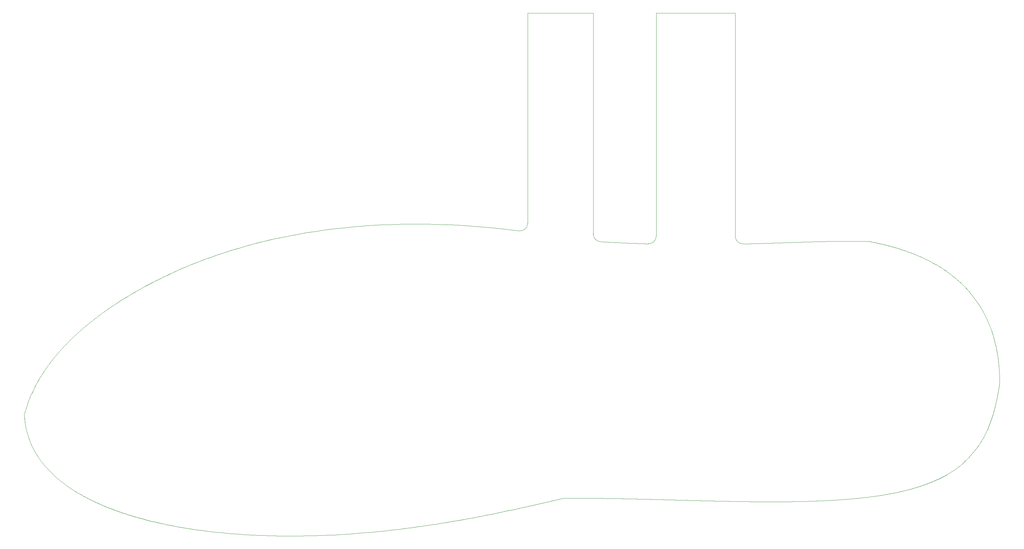
<source format=gm1>
G04*
G04 #@! TF.GenerationSoftware,Altium Limited,Altium Designer,20.0.2 (26)*
G04*
G04 Layer_Color=16711935*
%FSLAX25Y25*%
%MOIN*%
G70*
G01*
G75*
%ADD12C,0.00050*%
D12*
X1318449Y558971D02*
G03*
X1317552Y560970I-113149J-49580D01*
G01*
D02*
G03*
X1316537Y563125I-111077J-51039D01*
G01*
D02*
G03*
X1315393Y565428I-108934J-52649D01*
G01*
D02*
G03*
X1314017Y568046I-106711J-54401D01*
G01*
Y568046D02*
G03*
X1312189Y571301I-104276J-56445D01*
G01*
Y571301D02*
G03*
X1308998Y576465I-101376J-59073D01*
G01*
D02*
G03*
X1299963Y588502I-97764J-63972D01*
G01*
X1299963Y588502D02*
G03*
X1297490Y591300I-90079J-77143D01*
G01*
X1297490D02*
G03*
X1295332Y593602I-88532J-80784D01*
G01*
D02*
G03*
X1293529Y595437I-87292J-83968D01*
G01*
D02*
G03*
X1291825Y597103I-86385J-86703D01*
G01*
D02*
G03*
X1290229Y598605I-85588J-89314D01*
G01*
X1293639Y414027D02*
G03*
X1294867Y415128I-61998J70392D01*
G01*
Y415128D02*
G03*
X1296546Y416698I-62527J68527D01*
G01*
X1296546Y416698D02*
G03*
X1299092Y419238I-63537J66261D01*
G01*
D02*
G03*
X1306269Y427646I-65710J63354D01*
G01*
X1306269D02*
G03*
X1307809Y429748I-74128J55900D01*
G01*
D02*
G03*
X1308928Y431357I-76523J54406D01*
G01*
X334381Y463325D02*
G03*
X334481Y461423I90535J3798D01*
G01*
X334674Y458919D02*
G03*
X334864Y457065I87056J7961D01*
G01*
Y457065D02*
G03*
X335091Y455231I85738J9687D01*
G01*
X335091D02*
G03*
X335355Y453418I84518J11388D01*
G01*
X335355Y453418D02*
G03*
X335765Y451030I83266J13046D01*
G01*
Y451030D02*
G03*
X336366Y448096I81845J15244D01*
G01*
D02*
G03*
X337531Y443512I80282J17962D01*
G01*
X337531D02*
G03*
X340794Y434221I78841J22474D01*
G01*
Y434221D02*
G03*
X341948Y431602I76756J32249D01*
G01*
X341948Y431602D02*
G03*
X342932Y429542I76491J35278D01*
G01*
X342932D02*
G03*
X343705Y428018I76344J37750D01*
G01*
X343705D02*
G03*
X344780Y426014I76415J39713D01*
G01*
X344780D02*
G03*
X345620Y424531I76198J42192D01*
G01*
X345620D02*
G03*
X346488Y423066I76183J44153D01*
G01*
Y423066D02*
G03*
X347385Y421618I76221J46167D01*
G01*
D02*
G03*
X348308Y420187I76307J48236D01*
G01*
Y420187D02*
G03*
X349259Y418773I76441J50364D01*
G01*
X839521Y651096D02*
G03*
X817494Y653743I-106053J-789840D01*
G01*
D02*
G03*
X781203Y656757I-84227J-794029D01*
G01*
Y656757D02*
G03*
X765330Y657551I-47289J-786836D01*
G01*
X346582Y494505D02*
G03*
X345344Y492130I133187J-70924D01*
G01*
X342048Y485232D02*
G03*
X340963Y482735I130423J-58158D01*
G01*
D02*
G03*
X339751Y479779I130014J-55029D01*
G01*
X339751D02*
G03*
X338124Y475472I129784J-51502D01*
G01*
D02*
G03*
X334381Y463325I130341J-46811D01*
G01*
X1060505Y645711D02*
G03*
X1068572Y637839I7874J0D01*
G01*
X971682Y637936D02*
G03*
X979796Y645806I241J7870D01*
G01*
X915372Y647995D02*
G03*
X922792Y640134I7874J0D01*
G01*
X839521Y651096D02*
G03*
X848443Y658900I1048J7804D01*
G01*
X1330459Y497038D02*
X1330464Y495603D01*
X1330448Y498228D02*
X1330459Y497038D01*
X1330430Y499414D02*
X1330448Y498228D01*
X1330405Y500594D02*
X1330430Y499414D01*
X1330373Y501770D02*
X1330405Y500594D01*
X1330335Y502942D02*
X1330373Y501770D01*
X1330291Y504108D02*
X1330335Y502942D01*
X1330239Y505270D02*
X1330291Y504108D01*
X1330181Y506427D02*
X1330239Y505270D01*
X1330117Y507580D02*
X1330181Y506427D01*
X1330045Y508727D02*
X1330117Y507580D01*
X1329967Y509870D02*
X1330045Y508727D01*
X1329882Y511008D02*
X1329967Y509870D01*
X1329791Y512142D02*
X1329882Y511008D01*
X1329693Y513271D02*
X1329791Y512142D01*
X1329588Y514394D02*
X1329693Y513271D01*
X1329476Y515514D02*
X1329588Y514394D01*
X1329358Y516628D02*
X1329476Y515514D01*
X1329233Y517738D02*
X1329358Y516628D01*
X1329102Y518843D02*
X1329233Y517738D01*
X1328964Y519943D02*
X1329102Y518843D01*
X1328819Y521038D02*
X1328964Y519943D01*
X1328667Y522129D02*
X1328819Y521038D01*
X1328509Y523215D02*
X1328667Y522129D01*
X1328344Y524296D02*
X1328509Y523215D01*
X1328173Y525373D02*
X1328344Y524296D01*
X1327958Y526659D02*
X1328173Y525373D01*
X1327734Y527937D02*
X1327958Y526659D01*
X1327500Y529209D02*
X1327734Y527937D01*
X1327257Y530474D02*
X1327500Y529209D01*
X1327003Y531733D02*
X1327257Y530474D01*
X1326741Y532984D02*
X1327003Y531733D01*
X1326468Y534229D02*
X1326741Y532984D01*
X1326186Y535466D02*
X1326468Y534229D01*
X1325895Y536697D02*
X1326186Y535466D01*
X1325594Y537921D02*
X1325895Y536697D01*
X1325283Y539139D02*
X1325594Y537921D01*
X1324908Y540550D02*
X1325283Y539139D01*
X1324520Y541953D02*
X1324908Y540550D01*
X1324120Y543345D02*
X1324520Y541953D01*
X1323706Y544729D02*
X1324120Y543345D01*
X1323279Y546104D02*
X1323706Y544729D01*
X1322838Y547469D02*
X1323279Y546104D01*
X1322319Y549017D02*
X1322838Y547469D01*
X1321783Y550554D02*
X1322319Y549017D01*
X1321230Y552078D02*
X1321783Y550554D01*
X1320587Y553779D02*
X1321230Y552078D01*
X1319923Y555464D02*
X1320587Y553779D01*
X1319237Y557134D02*
X1319923Y555464D01*
X1318449Y558971D02*
X1319237Y557134D01*
X1288750Y599951D02*
X1290229Y598605D01*
X1287244Y601279D02*
X1288750Y599951D01*
X1285866Y602457D02*
X1287244Y601279D01*
X1284466Y603620D02*
X1285866Y602457D01*
X1283204Y604641D02*
X1284466Y603620D01*
X1281924Y605649D02*
X1283204Y604641D01*
X1280628Y606646D02*
X1281924Y605649D01*
X1279479Y607508D02*
X1280628Y606646D01*
X1278318Y608361D02*
X1279479Y607508D01*
X1277143Y609204D02*
X1278318Y608361D01*
X1275956Y610038D02*
X1277143Y609204D01*
X1274755Y610863D02*
X1275956Y610038D01*
X1273541Y611678D02*
X1274755Y610863D01*
X1272490Y612370D02*
X1273541Y611678D01*
X1271430Y613055D02*
X1272490Y612370D01*
X1270360Y613733D02*
X1271430Y613055D01*
X1269280Y614404D02*
X1270360Y613733D01*
X1268191Y615068D02*
X1269280Y614404D01*
X1267092Y615726D02*
X1268191Y615068D01*
X1265983Y616377D02*
X1267092Y615726D01*
X1264865Y617020D02*
X1265983Y616377D01*
X1263737Y617657D02*
X1264865Y617020D01*
X1262600Y618288D02*
X1263737Y617657D01*
X1261453Y618911D02*
X1262600Y618288D01*
X1260296Y619528D02*
X1261453Y618911D01*
X1259325Y620036D02*
X1260296Y619528D01*
X1258347Y620540D02*
X1259325Y620036D01*
X1257363Y621039D02*
X1258347Y620540D01*
X1256372Y621533D02*
X1257363Y621039D01*
X1255374Y622023D02*
X1256372Y621533D01*
X1254369Y622508D02*
X1255374Y622023D01*
X1253358Y622988D02*
X1254369Y622508D01*
X1252340Y623463D02*
X1253358Y622988D01*
X1251316Y623934D02*
X1252340Y623463D01*
X1250284Y624400D02*
X1251316Y623934D01*
X1249246Y624861D02*
X1250284Y624400D01*
X1248202Y625318D02*
X1249246Y624861D01*
X1247151Y625769D02*
X1248202Y625318D01*
X1246093Y626216D02*
X1247151Y625769D01*
X1245028Y626658D02*
X1246093Y626216D01*
X1243957Y627096D02*
X1245028Y626658D01*
X1242879Y627529D02*
X1243957Y627096D01*
X1241794Y627957D02*
X1242879Y627529D01*
X1240703Y628380D02*
X1241794Y627957D01*
X1239605Y628798D02*
X1240703Y628380D01*
X1238500Y629212D02*
X1239605Y628798D01*
X1237389Y629621D02*
X1238500Y629212D01*
X1236271Y630025D02*
X1237389Y629621D01*
X1235146Y630425D02*
X1236271Y630025D01*
X1234015Y630820D02*
X1235146Y630425D01*
X1232877Y631210D02*
X1234015Y630820D01*
X1231732Y631595D02*
X1232877Y631210D01*
X1230581Y631976D02*
X1231732Y631595D01*
X1229423Y632352D02*
X1230581Y631976D01*
X1228258Y632723D02*
X1229423Y632352D01*
X1227086Y633089D02*
X1228258Y632723D01*
X1225908Y633451D02*
X1227086Y633089D01*
X1224724Y633807D02*
X1225908Y633451D01*
X1223532Y634160D02*
X1224724Y633807D01*
X1222334Y634507D02*
X1223532Y634160D01*
X1221129Y634850D02*
X1222334Y634507D01*
X1219918Y635188D02*
X1221129Y634850D01*
X1218700Y635521D02*
X1219918Y635188D01*
X1217475Y635849D02*
X1218700Y635521D01*
X1216244Y636173D02*
X1217475Y635849D01*
X1215005Y636492D02*
X1216244Y636173D01*
X1213761Y636806D02*
X1215005Y636492D01*
X1212509Y637115D02*
X1213761Y636806D01*
X1211251Y637420D02*
X1212509Y637115D01*
X1209986Y637720D02*
X1211251Y637420D01*
X1208714Y638015D02*
X1209986Y637720D01*
X1207436Y638306D02*
X1208714Y638015D01*
X1206151Y638592D02*
X1207436Y638306D01*
X1204860Y638873D02*
X1206151Y638592D01*
X1203562Y639149D02*
X1204860Y638873D01*
X1202257Y639420D02*
X1203562Y639149D01*
X1200945Y639687D02*
X1202257Y639420D01*
X1199627Y639949D02*
X1200945Y639687D01*
X1198302Y640207D02*
X1199627Y639949D01*
X1196970Y640459D02*
X1198302Y640207D01*
X884962Y377835D02*
X886981Y377850D01*
X888329Y377859D01*
X889680Y377867D01*
X891032Y377873D01*
X892386Y377879D01*
X893742Y377883D01*
X895100Y377886D01*
X896460Y377888D01*
X897822Y377888D01*
X899185Y377888D01*
X900550Y377887D01*
X901917Y377884D01*
X903286Y377881D01*
X904655Y377876D01*
X906027Y377871D01*
X907400Y377864D01*
X908775Y377857D01*
X910150Y377848D01*
X910839Y377844D01*
X911528Y377839D01*
X912217Y377834D01*
X912907Y377829D01*
X913596Y377823D01*
X914287Y377817D01*
X914977Y377811D01*
X915668Y377805D01*
X916359Y377799D01*
X917051Y377792D01*
X917742Y377786D01*
X918434Y377778D01*
X919127Y377771D01*
X919819Y377764D01*
X920512Y377756D01*
X921205Y377748D01*
X921899Y377740D01*
X922593Y377732D01*
X923287Y377723D01*
X923981Y377715D01*
X924676Y377706D01*
X925370Y377697D01*
X926065Y377688D01*
X926761Y377678D01*
X927456Y377669D01*
X928152Y377659D01*
X928848Y377649D01*
X929544Y377639D01*
X930241Y377628D01*
X930937Y377618D01*
X931634Y377607D01*
X932331Y377596D01*
X933028Y377585D01*
X933726Y377574D01*
X934424Y377562D01*
X935121Y377551D01*
X935819Y377539D01*
X936518Y377527D01*
X937216Y377515D01*
X937915Y377503D01*
X938613Y377491D01*
X939312Y377478D01*
X940011Y377465D01*
X940711Y377453D01*
X941410Y377440D01*
X942110Y377427D01*
X942809Y377413D01*
X943509Y377400D01*
X944209Y377386D01*
X944909Y377373D01*
X945610Y377359D01*
X946310Y377345D01*
X947010Y377331D01*
X947711Y377316D01*
X948412Y377302D01*
X949112Y377288D01*
X949813Y377273D01*
X950514Y377258D01*
X951216Y377243D01*
X951917Y377228D01*
X952618Y377213D01*
X953319Y377198D01*
X954021Y377183D01*
X954722Y377167D01*
X955424Y377152D01*
X956126Y377136D01*
X956828Y377120D01*
X957529Y377105D01*
X958231Y377089D01*
X958933Y377072D01*
X959635Y377056D01*
X960337Y377040D01*
X961039Y377024D01*
X961741Y377007D01*
X962443Y376991D01*
X963145Y376974D01*
X963847Y376957D01*
X964550Y376940D01*
X965252Y376924D01*
X965954Y376907D01*
X966656Y376889D01*
X967358Y376872D01*
X968060Y376855D01*
X968763Y376838D01*
X969465Y376820D01*
X970167Y376803D01*
X970869Y376785D01*
X971571Y376768D01*
X972273Y376750D01*
X972975Y376732D01*
X973677Y376715D01*
X974379Y376697D01*
X975081Y376679D01*
X975783Y376661D01*
X976485Y376643D01*
X977186Y376625D01*
X977888Y376607D01*
X978590Y376589D01*
X979291Y376570D01*
X979993Y376552D01*
X980694Y376534D01*
X981395Y376516D01*
X982097Y376497D01*
X982798Y376479D01*
X983499Y376460D01*
X984200Y376442D01*
X984901Y376423D01*
X985602Y376405D01*
X986302Y376386D01*
X987003Y376368D01*
X987703Y376349D01*
X988404Y376330D01*
X989104Y376312D01*
X989804Y376293D01*
X990504Y376274D01*
X991204Y376255D01*
X991904Y376237D01*
X992603Y376218D01*
X993303Y376199D01*
X994002Y376180D01*
X994701Y376162D01*
X995400Y376143D01*
X996099Y376124D01*
X996798Y376105D01*
X997496Y376086D01*
X998195Y376067D01*
X998893Y376049D01*
X999591Y376030D01*
X1000289Y376011D01*
X1000986Y375992D01*
X1001684Y375973D01*
X1002381Y375955D01*
X1003078Y375936D01*
X1003775Y375917D01*
X1004472Y375898D01*
X1005168Y375880D01*
X1005865Y375861D01*
X1006561Y375842D01*
X1007257Y375824D01*
X1007952Y375805D01*
X1008648Y375786D01*
X1009343Y375768D01*
X1010038Y375749D01*
X1010733Y375731D01*
X1011427Y375712D01*
X1012122Y375694D01*
X1012816Y375676D01*
X1013509Y375657D01*
X1014203Y375639D01*
X1014896Y375621D01*
X1015589Y375602D01*
X1016282Y375584D01*
X1016974Y375566D01*
X1017667Y375548D01*
X1018359Y375530D01*
X1019050Y375512D01*
X1019742Y375494D01*
X1020433Y375476D01*
X1021124Y375458D01*
X1021814Y375441D01*
X1022505Y375423D01*
X1023195Y375405D01*
X1023884Y375388D01*
X1024574Y375370D01*
X1025263Y375353D01*
X1025951Y375336D01*
X1026640Y375318D01*
X1027328Y375301D01*
X1028016Y375284D01*
X1028703Y375267D01*
X1029391Y375250D01*
X1030077Y375233D01*
X1030764Y375216D01*
X1031450Y375200D01*
X1032136Y375183D01*
X1032822Y375166D01*
X1033507Y375150D01*
X1034192Y375133D01*
X1034876Y375117D01*
X1035560Y375101D01*
X1036244Y375085D01*
X1036928Y375069D01*
X1037611Y375053D01*
X1038293Y375037D01*
X1038976Y375022D01*
X1039658Y375006D01*
X1040339Y374990D01*
X1041021Y374975D01*
X1041701Y374960D01*
X1042382Y374945D01*
X1043062Y374930D01*
X1043742Y374915D01*
X1044421Y374900D01*
X1045100Y374885D01*
X1045778Y374870D01*
X1046457Y374856D01*
X1047134Y374842D01*
X1047812Y374827D01*
X1048488Y374813D01*
X1049165Y374799D01*
X1049841Y374785D01*
X1050517Y374772D01*
X1051192Y374758D01*
X1051867Y374745D01*
X1052541Y374731D01*
X1053215Y374718D01*
X1053888Y374705D01*
X1054561Y374692D01*
X1055234Y374680D01*
X1055906Y374667D01*
X1056578Y374654D01*
X1057249Y374642D01*
X1057920Y374630D01*
X1058590Y374618D01*
X1059260Y374606D01*
X1059930Y374594D01*
X1060598Y374583D01*
X1061267Y374571D01*
X1061935Y374560D01*
X1062602Y374549D01*
X1063269Y374538D01*
X1063936Y374527D01*
X1064602Y374517D01*
X1065268Y374506D01*
X1065933Y374496D01*
X1066597Y374486D01*
X1067262Y374476D01*
X1067925Y374466D01*
X1068588Y374457D01*
X1069251Y374447D01*
X1069913Y374438D01*
X1070575Y374429D01*
X1071236Y374420D01*
X1071896Y374411D01*
X1072557Y374403D01*
X1073216Y374394D01*
X1073875Y374386D01*
X1074534Y374378D01*
X1075192Y374371D01*
X1075849Y374363D01*
X1076506Y374356D01*
X1077162Y374348D01*
X1077818Y374341D01*
X1078474Y374335D01*
X1079128Y374328D01*
X1079783Y374322D01*
X1080436Y374315D01*
X1081089Y374309D01*
X1081742Y374304D01*
X1082394Y374298D01*
X1083045Y374293D01*
X1083696Y374287D01*
X1084347Y374282D01*
X1084996Y374278D01*
X1086294Y374269D01*
X1087590Y374261D01*
X1088883Y374254D01*
X1090174Y374247D01*
X1091462Y374242D01*
X1092749Y374238D01*
X1094032Y374234D01*
X1095314Y374232D01*
X1096592Y374230D01*
X1097869Y374229D01*
X1099143Y374230D01*
X1100414Y374231D01*
X1101683Y374234D01*
X1102949Y374237D01*
X1104213Y374241D01*
X1105474Y374247D01*
X1106732Y374253D01*
X1107988Y374261D01*
X1109242Y374269D01*
X1110492Y374279D01*
X1111740Y374290D01*
X1112986Y374302D01*
X1114228Y374314D01*
X1115468Y374329D01*
X1116705Y374344D01*
X1117939Y374360D01*
X1119171Y374378D01*
X1120400Y374397D01*
X1121626Y374416D01*
X1122849Y374438D01*
X1124069Y374460D01*
X1125286Y374483D01*
X1126501Y374508D01*
X1127713Y374534D01*
X1128921Y374561D01*
X1130127Y374590D01*
X1131330Y374620D01*
X1132530Y374651D01*
X1133727Y374683D01*
X1134921Y374717D01*
X1136111Y374752D01*
X1137299Y374788D01*
X1138484Y374826D01*
X1139666Y374865D01*
X1140844Y374905D01*
X1142020Y374947D01*
X1143192Y374990D01*
X1144361Y375035D01*
X1145528Y375081D01*
X1146690Y375128D01*
X1147850Y375177D01*
X1149007Y375227D01*
X1150160Y375279D01*
X1151311Y375332D01*
X1152458Y375387D01*
X1153601Y375443D01*
X1154742Y375501D01*
X1155879Y375560D01*
X1157013Y375620D01*
X1158144Y375682D01*
X1159271Y375746D01*
X1160395Y375811D01*
X1161516Y375878D01*
X1162633Y375946D01*
X1163747Y376016D01*
X1164858Y376088D01*
X1165965Y376161D01*
X1167069Y376236D01*
X1168170Y376312D01*
X1169267Y376390D01*
X1170360Y376470D01*
X1171451Y376551D01*
X1172537Y376634D01*
X1173621Y376718D01*
X1174700Y376804D01*
X1175777Y376892D01*
X1176849Y376982D01*
X1177919Y377073D01*
X1178984Y377166D01*
X1180046Y377261D01*
X1181105Y377358D01*
X1182160Y377456D01*
X1183211Y377556D01*
X1184259Y377658D01*
X1185304Y377761D01*
X1186344Y377867D01*
X1187382Y377974D01*
X1188415Y378083D01*
X1189445Y378193D01*
X1190471Y378306D01*
X1191494Y378420D01*
X1192513Y378537D01*
X1193528Y378655D01*
X1194540Y378775D01*
X1195548Y378896D01*
X1196552Y379020D01*
X1197552Y379146D01*
X1198549Y379273D01*
X1199542Y379403D01*
X1200532Y379534D01*
X1201517Y379667D01*
X1202499Y379802D01*
X1203477Y379939D01*
X1204452Y380078D01*
X1205422Y380220D01*
X1206389Y380363D01*
X1207352Y380508D01*
X1208311Y380655D01*
X1209267Y380804D01*
X1210218Y380955D01*
X1211166Y381108D01*
X1212110Y381263D01*
X1213050Y381420D01*
X1213986Y381579D01*
X1214919Y381740D01*
X1215848Y381903D01*
X1216772Y382069D01*
X1217693Y382236D01*
X1218610Y382405D01*
X1219524Y382577D01*
X1220433Y382751D01*
X1221338Y382926D01*
X1222240Y383104D01*
X1223138Y383284D01*
X1224031Y383466D01*
X1224921Y383651D01*
X1225807Y383837D01*
X1226689Y384026D01*
X1227568Y384217D01*
X1228442Y384410D01*
X1229312Y384605D01*
X1230178Y384802D01*
X1231041Y385002D01*
X1231899Y385204D01*
X1232754Y385408D01*
X1233605Y385614D01*
X1234451Y385822D01*
X1235294Y386033D01*
X1236133Y386246D01*
X1236967Y386461D01*
X1237798Y386679D01*
X1238625Y386899D01*
X1239448Y387121D01*
X1240267Y387345D01*
X1241082Y387572D01*
X1241892Y387801D01*
X1242699Y388032D01*
X1243502Y388266D01*
X1244301Y388502D01*
X1245096Y388740D01*
X1245887Y388981D01*
X1246674Y389224D01*
X1247457Y389469D01*
X1248236Y389717D01*
X1249012Y389967D01*
X1249783Y390219D01*
X1250550Y390474D01*
X1251313Y390732D01*
X1252072Y390991D01*
X1252827Y391253D01*
X1253578Y391518D01*
X1254325Y391785D01*
X1255068Y392054D01*
X1255807Y392326D01*
X1256542Y392601D01*
X1257273Y392877D01*
X1258000Y393157D01*
X1258724Y393438D01*
X1259443Y393723D01*
X1260158Y394009D01*
X1260869Y394299D01*
X1261576Y394590D01*
X1262279Y394885D01*
X1262978Y395181D01*
X1263673Y395481D01*
X1264364Y395782D01*
X1265051Y396087D01*
X1265734Y396394D01*
X1266413Y396703D01*
X1267088Y397015D01*
X1267759Y397330D01*
X1268426Y397647D01*
X1269089Y397967D01*
X1269748Y398289D01*
X1270403Y398614D01*
X1271055Y398941D01*
X1271702Y399271D01*
X1272345Y399604D01*
X1272984Y399939D01*
X1273620Y400277D01*
X1274251Y400618D01*
X1274879Y400961D01*
X1275502Y401307D01*
X1276122Y401656D01*
X1276737Y402007D01*
X1277653Y402539D01*
X1278560Y403076D01*
X1279458Y403620D01*
X1280348Y404170D01*
X1281228Y404726D01*
X1282100Y405288D01*
X1282963Y405856D01*
X1283817Y406431D01*
X1284662Y407011D01*
X1285499Y407598D01*
X1286327Y408191D01*
X1287147Y408790D01*
X1288225Y409599D01*
X1289289Y410418D01*
X1290337Y411249D01*
X1291370Y412091D01*
X1292388Y412945D01*
X1293639Y414027D01*
X1308928Y431357D02*
X1309836Y432719D01*
X1310548Y433821D01*
X1311246Y434936D01*
X1311931Y436063D01*
X1312603Y437202D01*
X1313098Y438065D01*
X1313586Y438934D01*
X1314067Y439811D01*
X1314540Y440694D01*
X1315006Y441584D01*
X1315465Y442481D01*
X1315917Y443385D01*
X1316362Y444296D01*
X1316800Y445214D01*
X1317231Y446139D01*
X1317656Y447071D01*
X1318073Y448010D01*
X1318347Y448640D01*
X1318619Y449273D01*
X1318887Y449910D01*
X1319153Y450549D01*
X1319415Y451191D01*
X1319675Y451837D01*
X1319932Y452486D01*
X1320185Y453138D01*
X1320436Y453793D01*
X1320684Y454451D01*
X1320929Y455113D01*
X1321172Y455777D01*
X1321411Y456445D01*
X1321648Y457116D01*
X1321882Y457790D01*
X1322113Y458468D01*
X1322342Y459148D01*
X1322567Y459832D01*
X1322790Y460519D01*
X1323011Y461209D01*
X1323228Y461902D01*
X1323443Y462598D01*
X1323656Y463298D01*
X1323866Y464001D01*
X1324073Y464707D01*
X1324277Y465416D01*
X1324480Y466128D01*
X1324679Y466844D01*
X1324876Y467563D01*
X1325071Y468285D01*
X1325263Y469010D01*
X1325452Y469739D01*
X1325639Y470471D01*
X1325824Y471206D01*
X1326006Y471944D01*
X1326186Y472685D01*
X1326364Y473430D01*
X1326539Y474178D01*
X1326712Y474929D01*
X1326882Y475683D01*
X1327051Y476441D01*
X1327217Y477202D01*
X1327380Y477966D01*
X1327542Y478734D01*
X1327701Y479504D01*
X1327859Y480278D01*
X1328014Y481055D01*
X1328167Y481836D01*
X1328318Y482619D01*
X1328466Y483406D01*
X1328613Y484196D01*
X1328758Y484990D01*
X1328900Y485787D01*
X1329041Y486587D01*
X1329180Y487390D01*
X1329317Y488196D01*
X1329451Y489006D01*
X1329584Y489819D01*
X1329716Y490636D01*
X1329845Y491455D01*
X1329972Y492278D01*
X1330035Y492691D01*
X1330098Y493105D01*
X1330160Y493519D01*
X1330221Y493934D01*
X1330283Y494350D01*
X1330343Y494767D01*
X1330404Y495185D01*
X1330464Y495603D01*
X334481Y461423D02*
X334569Y460167D01*
X334674Y458919D01*
X349259Y418773D02*
X349907Y417840D01*
X350568Y416914D01*
X351239Y415996D01*
X351923Y415085D01*
X352617Y414181D01*
X353323Y413285D01*
X354040Y412396D01*
X354768Y411514D01*
X355507Y410639D01*
X356257Y409772D01*
X357017Y408912D01*
X357788Y408058D01*
X358569Y407212D01*
X359360Y406373D01*
X360162Y405541D01*
X360973Y404716D01*
X361795Y403897D01*
X362626Y403086D01*
X363467Y402281D01*
X364318Y401483D01*
X365178Y400692D01*
X366047Y399908D01*
X366925Y399130D01*
X367813Y398359D01*
X368710Y397594D01*
X369615Y396836D01*
X370529Y396085D01*
X371453Y395340D01*
X372384Y394601D01*
X373324Y393869D01*
X374273Y393144D01*
X375230Y392425D01*
X376195Y391712D01*
X377168Y391005D01*
X378150Y390305D01*
X379139Y389610D01*
X380136Y388923D01*
X381141Y388241D01*
X382153Y387565D01*
X383173Y386896D01*
X384201Y386232D01*
X385236Y385575D01*
X386278Y384924D01*
X387327Y384278D01*
X388383Y383639D01*
X389447Y383005D01*
X390517Y382378D01*
X391594Y381756D01*
X392677Y381140D01*
X393767Y380529D01*
X394864Y379925D01*
X395967Y379326D01*
X397076Y378733D01*
X398192Y378146D01*
X399313Y377564D01*
X400441Y376987D01*
X401574Y376417D01*
X402714Y375852D01*
X403859Y375292D01*
X405010Y374738D01*
X406167Y374189D01*
X407329Y373646D01*
X408496Y373108D01*
X409669Y372575D01*
X410848Y372048D01*
X412032Y371526D01*
X413220Y371009D01*
X414414Y370498D01*
X415613Y369992D01*
X416817Y369491D01*
X418026Y368995D01*
X419239Y368504D01*
X420458Y368018D01*
X421681Y367538D01*
X422908Y367062D01*
X424140Y366592D01*
X425376Y366126D01*
X426617Y365666D01*
X427862Y365210D01*
X429111Y364760D01*
X430364Y364314D01*
X431621Y363873D01*
X432883Y363437D01*
X434148Y363005D01*
X435416Y362579D01*
X436689Y362157D01*
X437965Y361740D01*
X439245Y361327D01*
X440528Y360920D01*
X441815Y360516D01*
X443105Y360118D01*
X444399Y359724D01*
X445696Y359335D01*
X446996Y358950D01*
X448299Y358569D01*
X449606Y358194D01*
X450915Y357822D01*
X452228Y357455D01*
X453543Y357093D01*
X454861Y356735D01*
X456182Y356381D01*
X457506Y356032D01*
X458833Y355687D01*
X460162Y355346D01*
X461494Y355010D01*
X462828Y354677D01*
X464165Y354349D01*
X465505Y354026D01*
X466846Y353706D01*
X468190Y353391D01*
X469536Y353079D01*
X470884Y352772D01*
X472235Y352469D01*
X473587Y352170D01*
X474941Y351875D01*
X476976Y351440D01*
X479016Y351014D01*
X481059Y350596D01*
X483106Y350188D01*
X485157Y349788D01*
X487212Y349397D01*
X489269Y349015D01*
X491331Y348641D01*
X493395Y348275D01*
X495462Y347918D01*
X497532Y347569D01*
X499604Y347228D01*
X501680Y346896D01*
X503757Y346572D01*
X505837Y346255D01*
X507918Y345947D01*
X510002Y345646D01*
X512087Y345354D01*
X514174Y345069D01*
X516263Y344792D01*
X518352Y344522D01*
X520443Y344260D01*
X523232Y343922D01*
X526023Y343597D01*
X528815Y343285D01*
X531608Y342986D01*
X534402Y342700D01*
X537197Y342426D01*
X539992Y342165D01*
X542786Y341916D01*
X545581Y341679D01*
X548375Y341454D01*
X551168Y341241D01*
X553961Y341040D01*
X556752Y340850D01*
X559541Y340672D01*
X562329Y340504D01*
X565810Y340311D01*
X569289Y340135D01*
X572763Y339976D01*
X576233Y339833D01*
X579699Y339707D01*
X583159Y339597D01*
X586615Y339503D01*
X590065Y339424D01*
X593509Y339361D01*
X596946Y339313D01*
X600377Y339280D01*
X603801Y339262D01*
X607901Y339259D01*
X611989Y339277D01*
X616744Y339323D01*
X621483Y339395D01*
X626206Y339494D01*
X630911Y339618D01*
X635599Y339767D01*
X640268Y339941D01*
X644918Y340138D01*
X649548Y340359D01*
X654815Y340638D01*
X660055Y340947D01*
X665268Y341283D01*
X670452Y341647D01*
X675608Y342037D01*
X680735Y342452D01*
X685833Y342892D01*
X690900Y343357D01*
X695936Y343844D01*
X700941Y344354D01*
X705915Y344886D01*
X710857Y345438D01*
X715766Y346011D01*
X720036Y346528D01*
X724280Y347060D01*
X728499Y347606D01*
X732693Y348165D01*
X736861Y348737D01*
X740412Y349237D01*
X743945Y349746D01*
X747458Y350264D01*
X750951Y350789D01*
X754425Y351323D01*
X757878Y351864D01*
X761312Y352413D01*
X764726Y352968D01*
X767555Y353437D01*
X770370Y353909D01*
X773171Y354386D01*
X775958Y354867D01*
X778729Y355351D01*
X781487Y355840D01*
X784229Y356332D01*
X786957Y356827D01*
X789129Y357226D01*
X791290Y357626D01*
X793442Y358028D01*
X795585Y358433D01*
X797717Y358838D01*
X799840Y359245D01*
X801953Y359654D01*
X804056Y360064D01*
X806148Y360475D01*
X808231Y360888D01*
X810303Y361301D01*
X811850Y361612D01*
X813392Y361923D01*
X814927Y362235D01*
X816457Y362547D01*
X817981Y362859D01*
X819498Y363172D01*
X821010Y363485D01*
X822515Y363798D01*
X824014Y364112D01*
X825507Y364425D01*
X826994Y364739D01*
X828474Y365053D01*
X829949Y365367D01*
X831417Y365680D01*
X832878Y365994D01*
X834333Y366308D01*
X835782Y366621D01*
X836744Y366830D01*
X837703Y367038D01*
X838659Y367247D01*
X839612Y367455D01*
X840562Y367664D01*
X841509Y367872D01*
X842453Y368080D01*
X843395Y368287D01*
X844333Y368495D01*
X845267Y368702D01*
X846199Y368909D01*
X847128Y369116D01*
X848053Y369323D01*
X848976Y369529D01*
X849895Y369735D01*
X850811Y369941D01*
X851724Y370146D01*
X852633Y370351D01*
X853540Y370556D01*
X854443Y370760D01*
X855342Y370964D01*
X856239Y371168D01*
X857132Y371371D01*
X858022Y371573D01*
X858908Y371776D01*
X859791Y371977D01*
X860231Y372078D01*
X860671Y372179D01*
X861109Y372279D01*
X861547Y372380D01*
X861984Y372480D01*
X862420Y372580D01*
X862855Y372680D01*
X863289Y372780D01*
X863722Y372880D01*
X864155Y372979D01*
X864586Y373079D01*
X865017Y373178D01*
X865447Y373277D01*
X865876Y373376D01*
X866304Y373475D01*
X866731Y373574D01*
X867157Y373673D01*
X867582Y373771D01*
X868007Y373869D01*
X868430Y373968D01*
X868853Y374066D01*
X869274Y374163D01*
X869695Y374261D01*
X870115Y374359D01*
X870533Y374456D01*
X870951Y374553D01*
X871368Y374650D01*
X871784Y374747D01*
X872199Y374844D01*
X872614Y374940D01*
X873027Y375037D01*
X873439Y375133D01*
X873850Y375229D01*
X874260Y375325D01*
X874670Y375420D01*
X875078Y375516D01*
X875485Y375611D01*
X875892Y375706D01*
X876297Y375801D01*
X876702Y375895D01*
X877105Y375990D01*
X877508Y376084D01*
X877909Y376178D01*
X878310Y376272D01*
X878709Y376366D01*
X879108Y376459D01*
X879505Y376552D01*
X879902Y376645D01*
X880297Y376738D01*
X880691Y376831D01*
X881085Y376923D01*
X881477Y377015D01*
X881869Y377107D01*
X882259Y377199D01*
X882648Y377291D01*
X883036Y377382D01*
X883424Y377473D01*
X883810Y377564D01*
X884195Y377654D01*
X884579Y377745D01*
X884962Y377835D01*
X754334Y657911D02*
X765330Y657551D01*
X744991Y658096D02*
X754334Y657911D01*
X737268Y658162D02*
X744991Y658096D01*
X729606Y658150D02*
X737268Y658162D01*
X721249Y658048D02*
X729606Y658150D01*
X713719Y657876D02*
X721249Y658048D01*
X706999Y657657D02*
X713719Y657876D01*
X700334Y657379D02*
X706999Y657657D01*
X694457Y657082D02*
X700334Y657379D01*
X688625Y656739D02*
X694457Y657082D01*
X683560Y656402D02*
X688625Y656739D01*
X677101Y655919D02*
X683560Y656402D01*
X671411Y655442D02*
X677101Y655919D01*
X665768Y654922D02*
X671411Y655442D01*
X660173Y654360D02*
X665768Y654922D01*
X654628Y653756D02*
X660173Y654360D01*
X649131Y653110D02*
X654628Y653756D01*
X643684Y652424D02*
X649131Y653110D01*
X638959Y651790D02*
X643684Y652424D01*
X633606Y651029D02*
X638959Y651790D01*
X628304Y650229D02*
X633606Y651029D01*
X623052Y649391D02*
X628304Y650229D01*
X617850Y648516D02*
X623052Y649391D01*
X612699Y647604D02*
X617850Y648516D01*
X607598Y646655D02*
X612699Y647604D01*
X602548Y645672D02*
X607598Y646655D01*
X597548Y644653D02*
X602548Y645672D01*
X591983Y643466D02*
X597548Y644653D01*
X587091Y642375D02*
X591983Y643466D01*
X581646Y641109D02*
X587091Y642375D01*
X576264Y639802D02*
X581646Y641109D01*
X570945Y638455D02*
X576264Y639802D01*
X565688Y637069D02*
X570945Y638455D01*
X559920Y635484D02*
X565688Y637069D01*
X553661Y633688D02*
X559920Y635484D01*
X548609Y632179D02*
X553661Y633688D01*
X543065Y630460D02*
X548609Y632179D01*
X537595Y628698D02*
X543065Y630460D01*
X531661Y626712D02*
X537595Y628698D01*
X525814Y624677D02*
X531661Y626712D01*
X519534Y622403D02*
X525814Y624677D01*
X513864Y620269D02*
X519534Y622403D01*
X509288Y618489D02*
X513864Y620269D01*
X504267Y616477D02*
X509288Y618489D01*
X499314Y614429D02*
X504267Y616477D01*
X493941Y612134D02*
X499314Y614429D01*
X488170Y609583D02*
X493941Y612134D01*
X482960Y607202D02*
X488170Y609583D01*
X479685Y605666D02*
X482960Y607202D01*
X476440Y604114D02*
X479685Y605666D01*
X472769Y602320D02*
X476440Y604114D01*
X469137Y600505D02*
X472769Y602320D01*
X465544Y598669D02*
X469137Y600505D01*
X461548Y596579D02*
X465544Y598669D01*
X457601Y594463D02*
X461548Y596579D01*
X454132Y592561D02*
X457601Y594463D01*
X451983Y591362D02*
X454132Y592561D01*
X449848Y590155D02*
X451983Y591362D01*
X447728Y588940D02*
X449848Y590155D01*
X445623Y587717D02*
X447728Y588940D01*
X443532Y586486D02*
X445623Y587717D01*
X441455Y585248D02*
X443532Y586486D01*
X439393Y584001D02*
X441455Y585248D01*
X437345Y582746D02*
X439393Y584001D01*
X434906Y581229D02*
X437345Y582746D01*
X432488Y579701D02*
X434906Y581229D01*
X430090Y578161D02*
X432488Y579701D01*
X427712Y576609D02*
X430090Y578161D01*
X426139Y575567D02*
X427712Y576609D01*
X424574Y574521D02*
X426139Y575567D01*
X423018Y573469D02*
X424574Y574521D01*
X421472Y572412D02*
X423018Y573469D01*
X419934Y571349D02*
X421472Y572412D01*
X418406Y570281D02*
X419934Y571349D01*
X416887Y569207D02*
X418406Y570281D01*
X415376Y568128D02*
X416887Y569207D01*
X413875Y567043D02*
X415376Y568128D01*
X412384Y565952D02*
X413875Y567043D01*
X410901Y564856D02*
X412384Y565952D01*
X409428Y563753D02*
X410901Y564856D01*
X407964Y562645D02*
X409428Y563753D01*
X406509Y561531D02*
X407964Y562645D01*
X405064Y560411D02*
X406509Y561531D01*
X403627Y559285D02*
X405064Y560411D01*
X402201Y558153D02*
X403627Y559285D01*
X401137Y557299D02*
X402201Y558153D01*
X400078Y556443D02*
X401137Y557299D01*
X399025Y555583D02*
X400078Y556443D01*
X397977Y554719D02*
X399025Y555583D01*
X396934Y553851D02*
X397977Y554719D01*
X395897Y552980D02*
X396934Y553851D01*
X394865Y552106D02*
X395897Y552980D01*
X393839Y551227D02*
X394865Y552106D01*
X392818Y550345D02*
X393839Y551227D01*
X391803Y549459D02*
X392818Y550345D01*
X390794Y548569D02*
X391803Y549459D01*
X389790Y547675D02*
X390794Y548569D01*
X388792Y546777D02*
X389790Y547675D01*
X387799Y545875D02*
X388792Y546777D01*
X386813Y544970D02*
X387799Y545875D01*
X385832Y544060D02*
X386813Y544970D01*
X384856Y543146D02*
X385832Y544060D01*
X383887Y542228D02*
X384856Y543146D01*
X382923Y541305D02*
X383887Y542228D01*
X381966Y540379D02*
X382923Y541305D01*
X381014Y539448D02*
X381966Y540379D01*
X379754Y538200D02*
X381014Y539448D01*
X378817Y537259D02*
X379754Y538200D01*
X377885Y536314D02*
X378817Y537259D01*
X376959Y535364D02*
X377885Y536314D01*
X376040Y534410D02*
X376959Y535364D01*
X375127Y533451D02*
X376040Y534410D01*
X374220Y532487D02*
X375127Y533451D01*
X373320Y531518D02*
X374220Y532487D01*
X372426Y530545D02*
X373320Y531518D01*
X371539Y529567D02*
X372426Y530545D01*
X370658Y528584D02*
X371539Y529567D01*
X369784Y527596D02*
X370658Y528584D01*
X368916Y526603D02*
X369784Y527596D01*
X368055Y525604D02*
X368916Y526603D01*
X367202Y524601D02*
X368055Y525604D01*
X366355Y523592D02*
X367202Y524601D01*
X365515Y522578D02*
X366355Y523592D01*
X364682Y521559D02*
X365515Y522578D01*
X363856Y520534D02*
X364682Y521559D01*
X363037Y519504D02*
X363856Y520534D01*
X361956Y518121D02*
X363037Y519504D01*
X360889Y516729D02*
X361956Y518121D01*
X360097Y515678D02*
X360889Y516729D01*
X359312Y514621D02*
X360097Y515678D01*
X358535Y513558D02*
X359312Y514621D01*
X357766Y512490D02*
X358535Y513558D01*
X357005Y511415D02*
X357766Y512490D01*
X356251Y510334D02*
X357005Y511415D01*
X355505Y509247D02*
X356251Y510334D01*
X354768Y508153D02*
X355505Y509247D01*
X354038Y507053D02*
X354768Y508153D01*
X353317Y505947D02*
X354038Y507053D01*
X352368Y504461D02*
X353317Y505947D01*
X351435Y502964D02*
X352368Y504461D01*
X350517Y501454D02*
X351435Y502964D01*
X349614Y499932D02*
X350517Y501454D01*
X348728Y498398D02*
X349614Y499932D01*
X347642Y496462D02*
X348728Y498398D01*
X346582Y494505D02*
X347642Y496462D01*
X344540Y490530D02*
X345344Y492130D01*
X343753Y488916D02*
X344540Y490530D01*
X342984Y487288D02*
X343753Y488916D01*
X342048Y485232D02*
X342984Y487288D01*
X1196284Y640477D02*
X1196970Y640459D01*
X1195711Y640491D02*
X1196284Y640477D01*
X1195137Y640505D02*
X1195711Y640491D01*
X1194563Y640518D02*
X1195137Y640505D01*
X1193987Y640531D02*
X1194563Y640518D01*
X1193411Y640543D02*
X1193987Y640531D01*
X1192833Y640554D02*
X1193411Y640543D01*
X1192255Y640565D02*
X1192833Y640554D01*
X1191676Y640576D02*
X1192255Y640565D01*
X1191096Y640586D02*
X1191676Y640576D01*
X1190516Y640595D02*
X1191096Y640586D01*
X1189934Y640604D02*
X1190516Y640595D01*
X1189352Y640613D02*
X1189934Y640604D01*
X1188768Y640621D02*
X1189352Y640613D01*
X1188184Y640629D02*
X1188768Y640621D01*
X1187599Y640636D02*
X1188184Y640629D01*
X1187013Y640642D02*
X1187599Y640636D01*
X1186427Y640649D02*
X1187013Y640642D01*
X1185839Y640654D02*
X1186427Y640649D01*
X1185369Y640658D02*
X1185839Y640654D01*
X1184898Y640662D02*
X1185369Y640658D01*
X1184426Y640666D02*
X1184898Y640662D01*
X1183954Y640669D02*
X1184426Y640666D01*
X1183481Y640672D02*
X1183954Y640669D01*
X1183008Y640675D02*
X1183481Y640672D01*
X1182534Y640678D02*
X1183008Y640675D01*
X1182060Y640680D02*
X1182534Y640678D01*
X1181585Y640682D02*
X1182060Y640680D01*
X1181110Y640683D02*
X1181585Y640682D01*
X1180634Y640685D02*
X1181110Y640683D01*
X1180158Y640686D02*
X1180634Y640685D01*
X1179681Y640687D02*
X1180158Y640686D01*
X1179204Y640687D02*
X1179681Y640687D01*
X1178726Y640687D02*
X1179204Y640687D01*
X1178248Y640687D02*
X1178726D01*
X1177769Y640687D02*
X1178248Y640687D01*
X1177289Y640686D02*
X1177769Y640687D01*
X1176810Y640686D02*
X1177289Y640686D01*
X1176329Y640685D02*
X1176810Y640686D01*
X1175848Y640683D02*
X1176329Y640685D01*
X1175367Y640682D02*
X1175848Y640683D01*
X1174885Y640680D02*
X1175367Y640682D01*
X1174403Y640678D02*
X1174885Y640680D01*
X1173920Y640675D02*
X1174403Y640678D01*
X1173436Y640673D02*
X1173920Y640675D01*
X1172952Y640670D02*
X1173436Y640673D01*
X1172468Y640667D02*
X1172952Y640670D01*
X1171983Y640664D02*
X1172468Y640667D01*
X1171498Y640660D02*
X1171983Y640664D01*
X1171012Y640656D02*
X1171498Y640660D01*
X1170526Y640652D02*
X1171012Y640656D01*
X1170039Y640648D02*
X1170526Y640652D01*
X1169551Y640644D02*
X1170039Y640648D01*
X1169064Y640639D02*
X1169551Y640644D01*
X1168575Y640634D02*
X1169064Y640639D01*
X1168087Y640629D02*
X1168575Y640634D01*
X1167597Y640623D02*
X1168087Y640629D01*
X1167108Y640618D02*
X1167597Y640623D01*
X1166617Y640612D02*
X1167108Y640618D01*
X1166127Y640606D02*
X1166617Y640612D01*
X1165635Y640600D02*
X1166127Y640606D01*
X1165144Y640593D02*
X1165635Y640600D01*
X1164652Y640586D02*
X1165144Y640593D01*
X1164159Y640580D02*
X1164652Y640586D01*
X1163666Y640572D02*
X1164159Y640580D01*
X1163172Y640565D02*
X1163666Y640572D01*
X1162678Y640558D02*
X1163172Y640565D01*
X1162184Y640550D02*
X1162678Y640558D01*
X1161689Y640542D02*
X1162184Y640550D01*
X1161318Y640536D02*
X1161689Y640542D01*
X1160946Y640530D02*
X1161318Y640536D01*
X1160574Y640524D02*
X1160946Y640530D01*
X1160202Y640517D02*
X1160574Y640524D01*
X1159829Y640511D02*
X1160202Y640517D01*
X1159456Y640504D02*
X1159829Y640511D01*
X1159083Y640497D02*
X1159456Y640504D01*
X1158710Y640491D02*
X1159083Y640497D01*
X1158336Y640484D02*
X1158710Y640491D01*
X1157962Y640477D02*
X1158336Y640484D01*
X1157588Y640469D02*
X1157962Y640477D01*
X1157214Y640462D02*
X1157588Y640469D01*
X1156839Y640455D02*
X1157214Y640462D01*
X1156465Y640448D02*
X1156839Y640455D01*
X1156089Y640440D02*
X1156465Y640448D01*
X1155714Y640432D02*
X1156089Y640440D01*
X1155338Y640425D02*
X1155714Y640432D01*
X1154963Y640417D02*
X1155338Y640425D01*
X1154587Y640409D02*
X1154963Y640417D01*
X1154210Y640401D02*
X1154587Y640409D01*
X1153834Y640393D02*
X1154210Y640401D01*
X1153457Y640385D02*
X1153834Y640393D01*
X1153080Y640376D02*
X1153457Y640385D01*
X1152702Y640368D02*
X1153080Y640376D01*
X1152325Y640360D02*
X1152702Y640368D01*
X1151947Y640351D02*
X1152325Y640360D01*
X1151569Y640342D02*
X1151947Y640351D01*
X1151190Y640334D02*
X1151569Y640342D01*
X1150812Y640325D02*
X1151190Y640334D01*
X1150433Y640316D02*
X1150812Y640325D01*
X1150054Y640307D02*
X1150433Y640316D01*
X1149675Y640298D02*
X1150054Y640307D01*
X1149295Y640289D02*
X1149675Y640298D01*
X1148915Y640279D02*
X1149295Y640289D01*
X1148535Y640270D02*
X1148915Y640279D01*
X1148155Y640261D02*
X1148535Y640270D01*
X1147774Y640251D02*
X1148155Y640261D01*
X1147394Y640242D02*
X1147774Y640251D01*
X1147013Y640232D02*
X1147394Y640242D01*
X1146631Y640222D02*
X1147013Y640232D01*
X1146250Y640213D02*
X1146631Y640222D01*
X1145868Y640203D02*
X1146250Y640213D01*
X1145486Y640193D02*
X1145868Y640203D01*
X1145104Y640183D02*
X1145486Y640193D01*
X1144722Y640173D02*
X1145104Y640183D01*
X1144339Y640162D02*
X1144722Y640173D01*
X1143956Y640152D02*
X1144339Y640162D01*
X1143573Y640142D02*
X1143956Y640152D01*
X1143190Y640132D02*
X1143573Y640142D01*
X1142934Y640125D02*
X1143190Y640132D01*
X1142678Y640118D02*
X1142934Y640125D01*
X1142422Y640111D02*
X1142678Y640118D01*
X1142166Y640104D02*
X1142422Y640111D01*
X1141910Y640096D02*
X1142166Y640104D01*
X1141654Y640089D02*
X1141910Y640096D01*
X1141397Y640082D02*
X1141654Y640089D01*
X1141141Y640075D02*
X1141397Y640082D01*
X1140885Y640068D02*
X1141141Y640075D01*
X1140628Y640061D02*
X1140885Y640068D01*
X1140371Y640053D02*
X1140628Y640061D01*
X1140114Y640046D02*
X1140371Y640053D01*
X1139857Y640039D02*
X1140114Y640046D01*
X1139600Y640031D02*
X1139857Y640039D01*
X1139343Y640024D02*
X1139600Y640031D01*
X1139086Y640017D02*
X1139343Y640024D01*
X1138829Y640009D02*
X1139086Y640017D01*
X1138571Y640002D02*
X1138829Y640009D01*
X1138314Y639994D02*
X1138571Y640002D01*
X1138056Y639987D02*
X1138314Y639994D01*
X1137798Y639979D02*
X1138056Y639987D01*
X1137540Y639972D02*
X1137798Y639979D01*
X1137282Y639964D02*
X1137540Y639972D01*
X1137024Y639957D02*
X1137282Y639964D01*
X1136766Y639949D02*
X1137024Y639957D01*
X1136508Y639941D02*
X1136766Y639949D01*
X1136250Y639934D02*
X1136508Y639941D01*
X1135991Y639926D02*
X1136250Y639934D01*
X1135733Y639918D02*
X1135991Y639926D01*
X1135474Y639911D02*
X1135733Y639918D01*
X1135215Y639903D02*
X1135474Y639911D01*
X1134956Y639895D02*
X1135215Y639903D01*
X1134698Y639887D02*
X1134956Y639895D01*
X1134438Y639879D02*
X1134698Y639887D01*
X1134179Y639872D02*
X1134438Y639879D01*
X1133920Y639864D02*
X1134179Y639872D01*
X1133661Y639856D02*
X1133920Y639864D01*
X1133401Y639848D02*
X1133661Y639856D01*
X1133142Y639840D02*
X1133401Y639848D01*
X1132882Y639832D02*
X1133142Y639840D01*
X1132622Y639824D02*
X1132882Y639832D01*
X1132363Y639816D02*
X1132622Y639824D01*
X1132103Y639808D02*
X1132363Y639816D01*
X1131843Y639800D02*
X1132103Y639808D01*
X1131583Y639792D02*
X1131843Y639800D01*
X1131322Y639784D02*
X1131583Y639792D01*
X1131062Y639776D02*
X1131322Y639784D01*
X1130802Y639768D02*
X1131062Y639776D01*
X1130541Y639759D02*
X1130802Y639768D01*
X1130281Y639751D02*
X1130541Y639759D01*
X1130020Y639743D02*
X1130281Y639751D01*
X1129759Y639735D02*
X1130020Y639743D01*
X1129498Y639727D02*
X1129759Y639735D01*
X1129237Y639719D02*
X1129498Y639727D01*
X1128976Y639710D02*
X1129237Y639719D01*
X1128715Y639702D02*
X1128976Y639710D01*
X1128193Y639685D02*
X1128715Y639702D01*
X1127931Y639677D02*
X1128193Y639685D01*
X1127670Y639669D02*
X1127931Y639677D01*
X1127408Y639661D02*
X1127670Y639669D01*
X1127146Y639652D02*
X1127408Y639661D01*
X1126885Y639644D02*
X1127146Y639652D01*
X1126623Y639635D02*
X1126885Y639644D01*
X1126361Y639627D02*
X1126623Y639635D01*
X1126099Y639619D02*
X1126361Y639627D01*
X1125836Y639610D02*
X1126099Y639619D01*
X1125574Y639602D02*
X1125836Y639610D01*
X1125312Y639593D02*
X1125574Y639602D01*
X1125180Y639589D02*
X1125312Y639593D01*
X1125049Y639585D02*
X1125180Y639589D01*
X1124918Y639581D02*
X1125049Y639585D01*
X1124787Y639576D02*
X1124918Y639581D01*
X1124655Y639572D02*
X1124787Y639576D01*
X1124524Y639568D02*
X1124655Y639572D01*
X1124393Y639564D02*
X1124524Y639568D01*
X1124261Y639559D02*
X1124393Y639564D01*
X1124130Y639555D02*
X1124261Y639559D01*
X1123999Y639551D02*
X1124130Y639555D01*
X1123867Y639546D02*
X1123999Y639551D01*
X1123736Y639542D02*
X1123867Y639546D01*
X1123604Y639538D02*
X1123736Y639542D01*
X1123473Y639534D02*
X1123604Y639538D01*
X1123341Y639529D02*
X1123473Y639534D01*
X1123209Y639525D02*
X1123341Y639529D01*
X1123078Y639521D02*
X1123209Y639525D01*
X1122946Y639517D02*
X1123078Y639521D01*
X1122815Y639512D02*
X1122946Y639517D01*
X1122683Y639508D02*
X1122815Y639512D01*
X1122551Y639504D02*
X1122683Y639508D01*
X1122420Y639499D02*
X1122551Y639504D01*
X1122288Y639495D02*
X1122420Y639499D01*
X1122156Y639491D02*
X1122288Y639495D01*
X1122024Y639486D02*
X1122156Y639491D01*
X1121893Y639482D02*
X1122024Y639486D01*
X1121761Y639478D02*
X1121893Y639482D01*
X1121629Y639473D02*
X1121761Y639478D01*
X1121497Y639469D02*
X1121629Y639473D01*
X1121365Y639465D02*
X1121497Y639469D01*
X1121233Y639460D02*
X1121365Y639465D01*
X1121101Y639456D02*
X1121233Y639460D01*
X1120970Y639452D02*
X1121101Y639456D01*
X1120838Y639447D02*
X1120970Y639452D01*
X1120706Y639443D02*
X1120838Y639447D01*
X1120574Y639439D02*
X1120706Y639443D01*
X1120442Y639434D02*
X1120574Y639439D01*
X1120309Y639430D02*
X1120442Y639434D01*
X1120177Y639426D02*
X1120309Y639430D01*
X1120045Y639421D02*
X1120177Y639426D01*
X1119913Y639417D02*
X1120045Y639421D01*
X1119781Y639413D02*
X1119913Y639417D01*
X1119649Y639408D02*
X1119781Y639413D01*
X1119517Y639404D02*
X1119649Y639408D01*
X1119384Y639400D02*
X1119517Y639404D01*
X1119252Y639395D02*
X1119384Y639400D01*
X1119120Y639391D02*
X1119252Y639395D01*
X1118988Y639387D02*
X1119120Y639391D01*
X1118855Y639382D02*
X1118988Y639387D01*
X1118723Y639378D02*
X1118855Y639382D01*
X1118591Y639373D02*
X1118723Y639378D01*
X1118458Y639369D02*
X1118591Y639373D01*
X1118326Y639365D02*
X1118458Y639369D01*
X1118194Y639360D02*
X1118326Y639365D01*
X1118061Y639356D02*
X1118194Y639360D01*
X1117929Y639352D02*
X1118061Y639356D01*
X1117796Y639347D02*
X1117929Y639352D01*
X1117664Y639343D02*
X1117796Y639347D01*
X1117531Y639338D02*
X1117664Y639343D01*
X1117399Y639334D02*
X1117531Y639338D01*
X1117266Y639330D02*
X1117399Y639334D01*
X1117134Y639325D02*
X1117266Y639330D01*
X1117001Y639321D02*
X1117134Y639325D01*
X1116868Y639316D02*
X1117001Y639321D01*
X1116736Y639312D02*
X1116868Y639316D01*
X1116603Y639308D02*
X1116736Y639312D01*
X1116470Y639303D02*
X1116603Y639308D01*
X1116338Y639299D02*
X1116470Y639303D01*
X1116205Y639294D02*
X1116338Y639299D01*
X1116072Y639290D02*
X1116205Y639294D01*
X1115939Y639286D02*
X1116072Y639290D01*
X1115807Y639281D02*
X1115939Y639286D01*
X1115674Y639277D02*
X1115807Y639281D01*
X1115541Y639272D02*
X1115674Y639277D01*
X1115408Y639268D02*
X1115541Y639272D01*
X1115275Y639263D02*
X1115408Y639268D01*
X1115142Y639259D02*
X1115275Y639263D01*
X1115009Y639255D02*
X1115142Y639259D01*
X1114876Y639250D02*
X1115009Y639255D01*
X1114743Y639246D02*
X1114876Y639250D01*
X1114610Y639241D02*
X1114743Y639246D01*
X1114477Y639237D02*
X1114610Y639241D01*
X1114344Y639232D02*
X1114477Y639237D01*
X1114211Y639228D02*
X1114344Y639232D01*
X1114078Y639224D02*
X1114211Y639228D01*
X1113945Y639219D02*
X1114078Y639224D01*
X1113812Y639215D02*
X1113945Y639219D01*
X1113679Y639210D02*
X1113812Y639215D01*
X1113546Y639206D02*
X1113679Y639210D01*
X1113413Y639201D02*
X1113546Y639206D01*
X1113279Y639197D02*
X1113413Y639201D01*
X1113146Y639193D02*
X1113279Y639197D01*
X1113013Y639188D02*
X1113146Y639193D01*
X1112880Y639184D02*
X1113013Y639188D01*
X1112746Y639179D02*
X1112880Y639184D01*
X1112613Y639175D02*
X1112746Y639179D01*
X1112480Y639170D02*
X1112613Y639175D01*
X1112346Y639166D02*
X1112480Y639170D01*
X1112213Y639161D02*
X1112346Y639166D01*
X1112080Y639157D02*
X1112213Y639161D01*
X1111946Y639153D02*
X1112080Y639157D01*
X1111813Y639148D02*
X1111946Y639153D01*
X1111679Y639144D02*
X1111813Y639148D01*
X1111546Y639139D02*
X1111679Y639144D01*
X1111412Y639135D02*
X1111546Y639139D01*
X1111279Y639130D02*
X1111412Y639135D01*
X1111145Y639126D02*
X1111279Y639130D01*
X1111012Y639121D02*
X1111145Y639126D01*
X1110878Y639117D02*
X1111012Y639121D01*
X1110745Y639112D02*
X1110878Y639117D01*
X1110611Y639108D02*
X1110745Y639112D01*
X1110477Y639104D02*
X1110611Y639108D01*
X1110344Y639099D02*
X1110477Y639104D01*
X1110210Y639095D02*
X1110344Y639099D01*
X1110076Y639090D02*
X1110210Y639095D01*
X1109943Y639086D02*
X1110076Y639090D01*
X1109809Y639081D02*
X1109943Y639086D01*
X1109675Y639077D02*
X1109809Y639081D01*
X1109541Y639072D02*
X1109675Y639077D01*
X1109407Y639068D02*
X1109541Y639072D01*
X1109274Y639063D02*
X1109407Y639068D01*
X1109140Y639059D02*
X1109274Y639063D01*
X1109006Y639054D02*
X1109140Y639059D01*
X1108872Y639050D02*
X1109006Y639054D01*
X1108738Y639046D02*
X1108872Y639050D01*
X1108604Y639041D02*
X1108738Y639046D01*
X1108470Y639037D02*
X1108604Y639041D01*
X1108336Y639032D02*
X1108470Y639037D01*
X1108202Y639028D02*
X1108336Y639032D01*
X1108068Y639023D02*
X1108202Y639028D01*
X1107934Y639019D02*
X1108068Y639023D01*
X1107800Y639014D02*
X1107934Y639019D01*
X1107666Y639010D02*
X1107800Y639014D01*
X1107532Y639005D02*
X1107666Y639010D01*
X1107398Y639001D02*
X1107532Y639005D01*
X1107264Y638997D02*
X1107398Y639001D01*
X1107130Y638992D02*
X1107264Y638997D01*
X1106995Y638988D02*
X1107130Y638992D01*
X1106861Y638983D02*
X1106995Y638988D01*
X1106727Y638979D02*
X1106861Y638983D01*
X1106593Y638974D02*
X1106727Y638979D01*
X1106459Y638970D02*
X1106593Y638974D01*
X1106324Y638965D02*
X1106459Y638970D01*
X1106190Y638961D02*
X1106324Y638965D01*
X1106056Y638956D02*
X1106190Y638961D01*
X1105921Y638952D02*
X1106056Y638956D01*
X1105787Y638947D02*
X1105921Y638952D01*
X1105653Y638943D02*
X1105787Y638947D01*
X1105518Y638939D02*
X1105653Y638943D01*
X1105384Y638934D02*
X1105518Y638939D01*
X1105249Y638930D02*
X1105384Y638934D01*
X1105115Y638925D02*
X1105249Y638930D01*
X1104980Y638921D02*
X1105115Y638925D01*
X1104846Y638916D02*
X1104980Y638921D01*
X1104711Y638912D02*
X1104846Y638916D01*
X1104577Y638907D02*
X1104711Y638912D01*
X1104442Y638903D02*
X1104577Y638907D01*
X1104308Y638898D02*
X1104442Y638903D01*
X1104173Y638894D02*
X1104308Y638898D01*
X1104039Y638890D02*
X1104173Y638894D01*
X1103904Y638885D02*
X1104039Y638890D01*
X1103769Y638881D02*
X1103904Y638885D01*
X1103635Y638876D02*
X1103769Y638881D01*
X1103500Y638872D02*
X1103635Y638876D01*
X1103365Y638867D02*
X1103500Y638872D01*
X1103231Y638863D02*
X1103365Y638867D01*
X1103096Y638858D02*
X1103231Y638863D01*
X1102961Y638854D02*
X1103096Y638858D01*
X1102826Y638850D02*
X1102961Y638854D01*
X1102691Y638845D02*
X1102826Y638850D01*
X1102557Y638841D02*
X1102691Y638845D01*
X1102422Y638836D02*
X1102557Y638841D01*
X1102287Y638832D02*
X1102422Y638836D01*
X1102152Y638827D02*
X1102287Y638832D01*
X1102017Y638823D02*
X1102152Y638827D01*
X1101882Y638819D02*
X1102017Y638823D01*
X1101747Y638814D02*
X1101882Y638819D01*
X1101612Y638810D02*
X1101747Y638814D01*
X1101477Y638805D02*
X1101612Y638810D01*
X1101342Y638801D02*
X1101477Y638805D01*
X1101207Y638796D02*
X1101342Y638801D01*
X1101072Y638792D02*
X1101207Y638796D01*
X1100937Y638788D02*
X1101072Y638792D01*
X1100802Y638783D02*
X1100937Y638788D01*
X1100667Y638779D02*
X1100802Y638783D01*
X1100532Y638774D02*
X1100667Y638779D01*
X1100397Y638770D02*
X1100532Y638774D01*
X1100262Y638765D02*
X1100397Y638770D01*
X1100126Y638761D02*
X1100262Y638765D01*
X1099991Y638757D02*
X1100126Y638761D01*
X1099856Y638752D02*
X1099991Y638757D01*
X1099721Y638748D02*
X1099856Y638752D01*
X1099586Y638743D02*
X1099721Y638748D01*
X1099450Y638739D02*
X1099586Y638743D01*
X1099315Y638735D02*
X1099450Y638739D01*
X1099180Y638730D02*
X1099315Y638735D01*
X1099044Y638726D02*
X1099180Y638730D01*
X1098909Y638721D02*
X1099044Y638726D01*
X1098774Y638717D02*
X1098909Y638721D01*
X1098638Y638713D02*
X1098774Y638717D01*
X1098503Y638708D02*
X1098638Y638713D01*
X1098232Y638699D02*
X1098503Y638708D01*
X1097961Y638691D02*
X1098232Y638699D01*
X1097690Y638682D02*
X1097961Y638691D01*
X1097419Y638673D02*
X1097690Y638682D01*
X1097148Y638664D02*
X1097419Y638673D01*
X1096877Y638656D02*
X1097148Y638664D01*
X1096605Y638647D02*
X1096877Y638656D01*
X1096334Y638638D02*
X1096605Y638647D01*
X1096062Y638630D02*
X1096334Y638638D01*
X1095791Y638621D02*
X1096062Y638630D01*
X1095519Y638612D02*
X1095791Y638621D01*
X1095248Y638603D02*
X1095519Y638612D01*
X1094976Y638595D02*
X1095248Y638603D01*
X1094704Y638586D02*
X1094976Y638595D01*
X1094432Y638577D02*
X1094704Y638586D01*
X1094160Y638569D02*
X1094432Y638577D01*
X1093888Y638560D02*
X1094160Y638569D01*
X1093616Y638552D02*
X1093888Y638560D01*
X1093344Y638543D02*
X1093616Y638552D01*
X1093072Y638534D02*
X1093344Y638543D01*
X1092799Y638526D02*
X1093072Y638534D01*
X1092527Y638517D02*
X1092799Y638526D01*
X1092254Y638509D02*
X1092527Y638517D01*
X1091982Y638500D02*
X1092254Y638509D01*
X1091709Y638492D02*
X1091982Y638500D01*
X1091437Y638483D02*
X1091709Y638492D01*
X1091300Y638479D02*
X1091437Y638483D01*
X1090891Y638466D02*
X1091300Y638479D01*
X1090482Y638453D02*
X1090891Y638466D01*
X1090072Y638441D02*
X1090482Y638453D01*
X1089662Y638428D02*
X1090072Y638441D01*
X1089253Y638416D02*
X1089662Y638428D01*
X1088843Y638403D02*
X1089253Y638416D01*
X1088432Y638390D02*
X1088843Y638403D01*
X1088022Y638378D02*
X1088432Y638390D01*
X1087612Y638365D02*
X1088022Y638378D01*
X1087201Y638353D02*
X1087612Y638365D01*
X1086790Y638341D02*
X1087201Y638353D01*
X1086379Y638328D02*
X1086790Y638341D01*
X1085968Y638316D02*
X1086379Y638328D01*
X1085557Y638304D02*
X1085968Y638316D01*
X1085146Y638291D02*
X1085557Y638304D01*
X1084734Y638279D02*
X1085146Y638291D01*
X1084322Y638267D02*
X1084734Y638279D01*
X1083911Y638255D02*
X1084322Y638267D01*
X1083499Y638243D02*
X1083911Y638255D01*
X1083086Y638231D02*
X1083499Y638243D01*
X1082674Y638219D02*
X1083086Y638231D01*
X1082262Y638207D02*
X1082674Y638219D01*
X1081849Y638195D02*
X1082262Y638207D01*
X1081436Y638183D02*
X1081849Y638195D01*
X1081024Y638171D02*
X1081436Y638183D01*
X1080611Y638159D02*
X1081024Y638171D01*
X1080197Y638148D02*
X1080611Y638159D01*
X1079784Y638136D02*
X1080197Y638148D01*
X1079233Y638120D02*
X1079784Y638136D01*
X1078681Y638105D02*
X1079233Y638120D01*
X1078129Y638090D02*
X1078681Y638105D01*
X1077577Y638074D02*
X1078129Y638090D01*
X1077025Y638059D02*
X1077577Y638074D01*
X1076472Y638044D02*
X1077025Y638059D01*
X1075920Y638029D02*
X1076472Y638044D01*
X1075367Y638014D02*
X1075920Y638029D01*
X1074813Y637999D02*
X1075367Y638014D01*
X1074260Y637985D02*
X1074813Y637999D01*
X1073706Y637970D02*
X1074260Y637985D01*
X1073152Y637955D02*
X1073706Y637970D01*
X1072598Y637941D02*
X1073152Y637955D01*
X1072043Y637927D02*
X1072598Y637941D01*
X1071488Y637912D02*
X1072043Y637927D01*
X1070933Y637898D02*
X1071488Y637912D01*
X1070378Y637884D02*
X1070933Y637898D01*
X1069822Y637870D02*
X1070378Y637884D01*
X1069267Y637857D02*
X1069822Y637870D01*
X1068711Y637843D02*
X1069267Y637857D01*
X1068572Y637839D02*
X1068711Y637843D01*
X848443Y658900D02*
Y873875D01*
X915373D01*
Y647995D02*
Y873875D01*
X979796Y645806D02*
Y873875D01*
X1060505D01*
Y645711D02*
Y873875D01*
X969776Y637995D02*
X971682Y637936D01*
X967920Y638055D02*
X969776Y637995D01*
X966062Y638118D02*
X967920Y638055D01*
X964254Y638181D02*
X966062Y638118D01*
X962445Y638245D02*
X964254Y638181D01*
X960636Y638312D02*
X962445Y638245D01*
X958827Y638381D02*
X960636Y638312D01*
X957018Y638452D02*
X958827Y638381D01*
X955208Y638525D02*
X957018Y638452D01*
X953399Y638599D02*
X955208Y638525D01*
X951638Y638674D02*
X953399Y638599D01*
X949877Y638750D02*
X951638Y638674D01*
X948116Y638828D02*
X949877Y638750D01*
X946356Y638908D02*
X948116Y638828D01*
X944595Y638989D02*
X946356Y638908D01*
X942834Y639072D02*
X944595Y638989D01*
X941073Y639157D02*
X942834Y639072D01*
X939362Y639242D02*
X941073Y639157D01*
X937650Y639327D02*
X939362Y639242D01*
X935939Y639415D02*
X937650Y639327D01*
X934227Y639503D02*
X935939Y639415D01*
X932614Y639588D02*
X934227Y639503D01*
X931979Y639622D02*
X932614Y639588D01*
X931343Y639656D02*
X931979Y639622D01*
X930708Y639691D02*
X931343Y639656D01*
X930072Y639725D02*
X930708Y639691D01*
X929437Y639760D02*
X930072Y639725D01*
X928801Y639795D02*
X929437Y639760D01*
X928166Y639830D02*
X928801Y639795D01*
X927531Y639865D02*
X928166Y639830D01*
X926944Y639898D02*
X927531Y639865D01*
X926358Y639931D02*
X926944Y639898D01*
X925772Y639964D02*
X926358Y639931D01*
X925185Y639997D02*
X925772Y639964D01*
X924599Y640031D02*
X925185Y639997D01*
X924013Y640064D02*
X924599Y640031D01*
X923427Y640098D02*
X924013Y640064D01*
X922841Y640132D02*
X923427Y640098D01*
X922792Y640134D02*
X922841Y640132D01*
M02*

</source>
